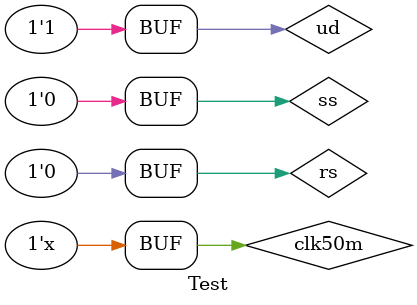
<source format=v>
`timescale 1ns / 1ps


module Test;

	// Inputs
	reg clk50m;
	reg rs;
	reg ss;
	reg ud;

	// Outputs
	wire [7:0] dem8_bit;

	// Instantiate the Unit Under Test (UUT)
	Counter8bit uut (
		.clk50m(clk50m), 
		.rs(rs), 
		.ss(ss), 
		.ud(ud), 
		.dem8_bit(dem8_bit)
	);

	initial begin
		// Initialize Inputs
		clk50m = 0;
		rs = 1;
		ss = 0;
		ud = 1;
		#20 rs = 0;

	end
	always begin 
	#10 clk50m = ~clk50m;
	end
      
endmodule


</source>
